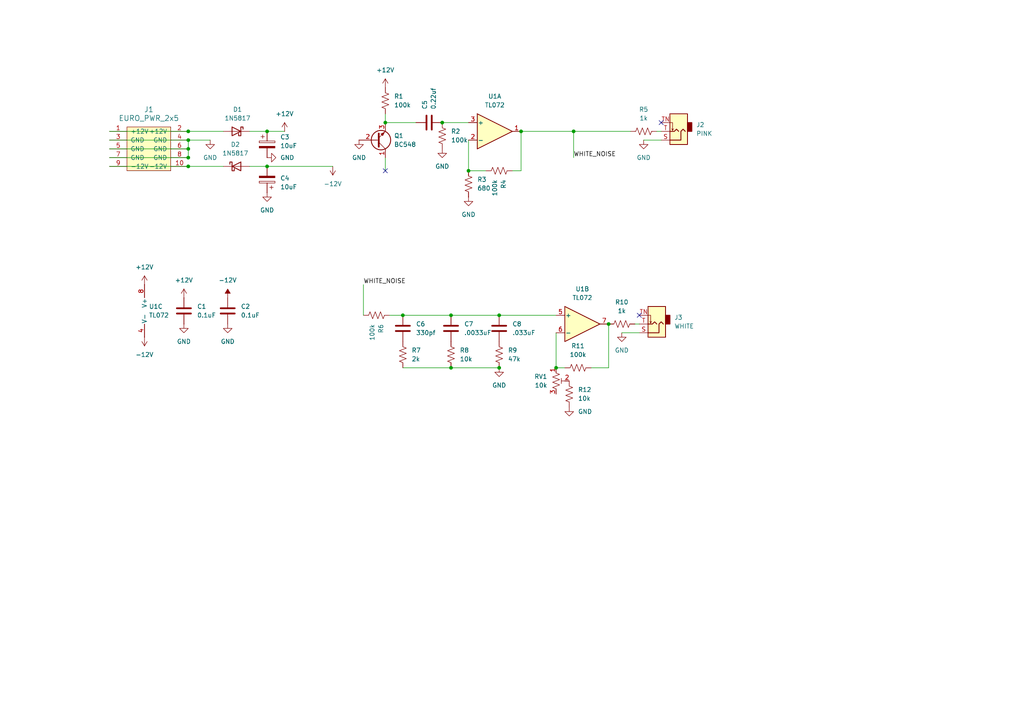
<source format=kicad_sch>
(kicad_sch (version 20231120) (generator "eeschema") (generator_version "8.0")
  (paper "A4")
  (lib_symbols
    (symbol "Amplifier_Operational:TL072" (pin_names (offset 0.127))
      (property "Reference" "U" (at 0 5.08 0))
      (property "Value" "TL072" (at 0 -5.08 0))
      (symbol "TL072_1_1"
        (polyline (pts (xy -5.08 5.08) (xy 5.08 0) (xy -5.08 -5.08) (xy -5.08 5.08)) (stroke (width 0.254)) (fill (type background)))
        (pin output line (at 7.62 0 180) (length 2.54) (name "~") (number "1"))
        (pin input line (at -7.62 -2.54 0) (length 2.54) (name "-") (number "2"))
        (pin input line (at -7.62 2.54 0) (length 2.54) (name "+") (number "3"))
      )
      (symbol "TL072_2_1"
        (polyline (pts (xy -5.08 5.08) (xy 5.08 0) (xy -5.08 -5.08) (xy -5.08 5.08)) (stroke (width 0.254)) (fill (type background)))
        (pin input line (at -7.62 2.54 0) (length 2.54) (name "+") (number "5"))
        (pin input line (at -7.62 -2.54 0) (length 2.54) (name "-") (number "6"))
        (pin output line (at 7.62 0 180) (length 2.54) (name "~") (number "7"))
      )
      (symbol "TL072_3_1"
        (pin power_in line (at -2.54 -7.62 90) (length 3.81) (name "V-") (number "4"))
        (pin power_in line (at -2.54 7.62 270) (length 3.81) (name "V+") (number "8"))
      )
    )
    (symbol "Device:C" (pin_numbers hide) (pin_names (offset 0.254))
      (property "Reference" "C" (at 0.635 2.54 0))
      (property "Value" "C" (at 0.635 -2.54 0))
      (symbol "C_0_1"
        (polyline (pts (xy -2.032 -0.762) (xy 2.032 -0.762)) (stroke (width 0.508)))
        (polyline (pts (xy -2.032 0.762) (xy 2.032 0.762)) (stroke (width 0.508)))
      )
      (symbol "C_1_1"
        (pin passive line (at 0 3.81 270) (length 2.794) (name "~") (number "1"))
        (pin passive line (at 0 -3.81 90) (length 2.794) (name "~") (number "2"))
      )
    )
    (symbol "Device:C_Polarized" (pin_numbers hide) (pin_names (offset 0.254))
      (property "Reference" "C" (at 0.635 2.54 0))
      (property "Value" "C_Polarized" (at 0.635 -2.54 0))
      (symbol "C_Polarized_0_1"
        (rectangle (start -2.286 0.508) (end 2.286 1.016))
        (polyline (pts (xy -1.778 2.286) (xy -0.762 2.286)))
        (polyline (pts (xy -1.27 2.794) (xy -1.27 1.778)))
        (rectangle (start 2.286 -0.508) (end -2.286 -1.016) (fill (type outline)))
      )
      (symbol "C_Polarized_1_1"
        (pin passive line (at 0 3.81 270) (length 2.794) (name "~") (number "1"))
        (pin passive line (at 0 -3.81 90) (length 2.794) (name "~") (number "2"))
      )
    )
    (symbol "Device:D_Schottky" (pin_numbers hide) (pin_names (offset 1.016) hide)
      (property "Reference" "D" (at 0 2.54 0))
      (property "Value" "D_Schottky" (at 0 -2.54 0))
      (symbol "D_Schottky_0_1"
        (polyline (pts (xy 1.27 0) (xy -1.27 0)))
        (polyline (pts (xy 1.27 1.27) (xy 1.27 -1.27) (xy -1.27 0) (xy 1.27 1.27)) (stroke (width 0.254)))
        (polyline (pts (xy -1.905 0.635) (xy -1.905 1.27) (xy -1.27 1.27) (xy -1.27 -1.27) (xy -0.635 -1.27) (xy -0.635 -0.635)) (stroke (width 0.254)))
      )
      (symbol "D_Schottky_1_1"
        (pin passive line (at -3.81 0 0) (length 2.54) (name "K") (number "1"))
        (pin passive line (at 3.81 0 180) (length 2.54) (name "A") (number "2"))
      )
    )
    (symbol "Device:R_Potentiometer_Trim_US" (pin_names (offset 1.016) hide)
      (property "Reference" "RV" (at -4.445 0 90))
      (property "Value" "R_Potentiometer_Trim_US" (at -2.54 0 90))
      (symbol "R_Potentiometer_Trim_US_0_1"
        (polyline (pts (xy 0 -2.286) (xy 0 -2.54)))
        (polyline (pts (xy 0 2.286) (xy 0 2.54)))
        (polyline (pts (xy 1.524 0.762) (xy 1.524 -0.762)))
        (polyline (pts (xy 2.54 0) (xy 1.524 0)))
        (polyline (pts (xy 0 -0.762) (xy 1.016 -1.143) (xy 0 -1.524) (xy -1.016 -1.905) (xy 0 -2.286)))
        (polyline (pts (xy 0 0.762) (xy 1.016 0.381) (xy 0 0) (xy -1.016 -0.381) (xy 0 -0.762)))
        (polyline (pts (xy 0 2.286) (xy 1.016 1.905) (xy 0 1.524) (xy -1.016 1.143) (xy 0 0.762)))
      )
      (symbol "R_Potentiometer_Trim_US_1_1"
        (pin passive line (at 0 3.81 270) (length 1.27) (name "1") (number "1"))
        (pin passive line (at 3.81 0 180) (length 1.27) (name "2") (number "2"))
        (pin passive line (at 0 -3.81 90) (length 1.27) (name "3") (number "3"))
      )
    )
    (symbol "Device:R_US" (pin_numbers hide) (pin_names (offset 0))
      (property "Reference" "R" (at 2.54 0 90))
      (property "Value" "R_US" (at -2.54 0 90))
      (symbol "R_US_0_1"
        (polyline (pts (xy 0 -2.286) (xy 0 -2.54)))
        (polyline (pts (xy 0 2.286) (xy 0 2.54)))
        (polyline (pts (xy 0 -0.762) (xy 1.016 -1.143) (xy 0 -1.524) (xy -1.016 -1.905) (xy 0 -2.286)))
        (polyline (pts (xy 0 0.762) (xy 1.016 0.381) (xy 0 0) (xy -1.016 -0.381) (xy 0 -0.762)))
        (polyline (pts (xy 0 2.286) (xy 1.016 1.905) (xy 0 1.524) (xy -1.016 1.143) (xy 0 0.762)))
      )
      (symbol "R_US_1_1"
        (pin passive line (at 0 3.81 270) (length 1.27) (name "~") (number "1"))
        (pin passive line (at 0 -3.81 90) (length 1.27) (name "~") (number "2"))
      )
    )
    (symbol "KitsBlips:+12V" (power) (pin_numbers hide) (pin_names (offset 0) hide)
      (property "Value" "+12V" (at 0 3.556 0))
      (symbol "+12V_0_1"
        (polyline (pts (xy -0.762 1.27) (xy 0 2.54)))
        (polyline (pts (xy 0 0) (xy 0 2.54)))
        (polyline (pts (xy 0 2.54) (xy 0.762 1.27)))
      )
      (symbol "+12V_1_1"
        (pin power_in line (at 0 0 90) (length 0) (name "~") (number "1"))
      )
    )
    (symbol "KitsBlips:-12V" (power) (pin_numbers hide) (pin_names (offset 0) hide)
      (property "Value" "-12V" (at 0 3.556 0))
      (symbol "-12V_0_0"
        (pin power_in line (at 0 0 90) (length 0) (name "~") (number "1"))
      )
      (symbol "-12V_0_1"
        (polyline (pts (xy 0 0) (xy 0 1.27) (xy 0.762 1.27) (xy 0 2.54) (xy -0.762 1.27) (xy 0 1.27)) (fill (type outline)))
      )
    )
    (symbol "KitsBlips:AudioJack2_SwitchT"
      (property "Reference" "J" (at 0 8.89 0))
      (property "Value" "AudioJack2_SwitchT" (at 0 6.35 0))
      (symbol "AudioJack2_SwitchT_0_1"
        (rectangle (start -2.54 0) (end -3.81 -2.54) (stroke (width 0.254)) (fill (type outline)))
        (polyline (pts (xy 1.778 -0.254) (xy 2.032 -0.762)))
        (polyline (pts (xy 0 0) (xy 0.635 -0.635) (xy 1.27 0) (xy 2.54 0)) (stroke (width 0.254)))
        (polyline (pts (xy 2.54 -2.54) (xy 1.778 -2.54) (xy 1.778 -0.254) (xy 1.524 -0.762)))
        (polyline (pts (xy 2.54 2.54) (xy -0.635 2.54) (xy -0.635 0) (xy -1.27 -0.635) (xy -1.905 0)) (stroke (width 0.254)))
        (rectangle (start 2.54 3.81) (end -2.54 -5.08) (stroke (width 0.254)) (fill (type background)))
      )
      (symbol "AudioJack2_SwitchT_1_1"
        (pin passive line (at 5.08 2.54 180) (length 2.54) (name "~") (number "S"))
        (pin passive line (at 5.08 0 180) (length 2.54) (name "~") (number "T"))
        (pin passive line (at 5.08 -2.54 180) (length 2.54) (name "~") (number "TN"))
      )
    )
    (symbol "Transistor_BJT:BC548" (pin_names (offset 0) hide)
      (property "Reference" "Q" (at 5.08 1.905 0))
      (property "Value" "BC548" (at 5.08 0 0))
      (symbol "BC548_0_1"
        (polyline (pts (xy 0 0) (xy 0.635 0)))
        (polyline (pts (xy 0.635 0.635) (xy 2.54 2.54)))
        (polyline (pts (xy 0.635 -0.635) (xy 2.54 -2.54) (xy 2.54 -2.54)))
        (polyline (pts (xy 0.635 1.905) (xy 0.635 -1.905) (xy 0.635 -1.905)) (stroke (width 0.508)))
        (polyline (pts (xy 1.27 -1.778) (xy 1.778 -1.27) (xy 2.286 -2.286) (xy 1.27 -1.778) (xy 1.27 -1.778)) (fill (type outline)))
        (circle (center 1.27 0) (radius 2.8194) (stroke (width 0.254)))
      )
      (symbol "BC548_1_1"
        (pin passive line (at 2.54 5.08 270) (length 2.54) (name "C") (number "1"))
        (pin input line (at -5.08 0 0) (length 5.08) (name "B") (number "2"))
        (pin passive line (at 2.54 -5.08 90) (length 2.54) (name "E") (number "3"))
      )
    )
    (symbol "eurocad:EURO_PWR_2x5" (pin_names (offset 1.016))
      (property "Reference" "J" (at 0 -7.62 0))
      (property "Value" "EURO_PWR_2x5" (at 0 7.62 0))
      (symbol "EURO_PWR_2x5_0_1"
        (rectangle (start -6.35 6.35) (end 6.35 -6.35) (fill (type background)))
      )
      (symbol "EURO_PWR_2x5_1_1"
        (pin power_in line (at -11.43 5.08 0) (length 5.08) (name "+12V") (number "1"))
        (pin power_in line (at 11.43 -5.08 180) (length 5.08) (name "-12V") (number "10"))
        (pin power_in line (at 11.43 5.08 180) (length 5.08) (name "+12V") (number "2"))
        (pin power_in line (at -11.43 2.54 0) (length 5.08) (name "GND") (number "3"))
        (pin power_in line (at 11.43 2.54 180) (length 5.08) (name "GND") (number "4"))
        (pin power_in line (at -11.43 0 0) (length 5.08) (name "GND") (number "5"))
        (pin power_in line (at 11.43 0 180) (length 5.08) (name "GND") (number "6"))
        (pin power_in line (at -11.43 -2.54 0) (length 5.08) (name "GND") (number "7"))
        (pin power_in line (at 11.43 -2.54 180) (length 5.08) (name "GND") (number "8"))
        (pin power_in line (at -11.43 -5.08 0) (length 5.08) (name "-12V") (number "9"))
      )
    )
    (symbol "power:+12V" (power) (pin_numbers hide) (pin_names (offset 0) hide)
      (property "Value" "+12V" (at 0 3.556 0))
      (symbol "+12V_0_1"
        (polyline (pts (xy -0.762 1.27) (xy 0 2.54)))
        (polyline (pts (xy 0 0) (xy 0 2.54)))
        (polyline (pts (xy 0 2.54) (xy 0.762 1.27)))
      )
      (symbol "+12V_1_1"
        (pin power_in line (at 0 0 90) (length 0) (name "~") (number "1"))
      )
    )
    (symbol "power:GND" (power) (pin_numbers hide) (pin_names (offset 0) hide)
      (property "Value" "GND" (at 0 -3.81 0))
      (symbol "GND_0_1"
        (polyline (pts (xy 0 0) (xy 0 -1.27) (xy 1.27 -1.27) (xy 0 -2.54) (xy -1.27 -1.27) (xy 0 -1.27)))
      )
      (symbol "GND_1_1"
        (pin power_in line (at 0 0 270) (length 0) (name "~") (number "1"))
      )
    )
  )
  (junction (at 54.61 48.26))
  (junction (at 54.61 40.64))
  (junction (at 54.61 45.72))
  (junction (at 151.13 38.1))
  (junction (at 128.27 35.56))
  (junction (at 130.81 91.44))
  (junction (at 144.78 91.44))
  (junction (at 54.61 43.18))
  (junction (at 176.53 93.98))
  (junction (at 130.81 106.68))
  (junction (at 54.61 38.1))
  (junction (at 111.76 35.56))
  (junction (at 161.29 106.68))
  (junction (at 135.89 49.53))
  (junction (at 144.78 106.68))
  (junction (at 77.47 48.26))
  (junction (at 166.37 38.1))
  (junction (at 77.47 38.1))
  (junction (at 116.84 91.44))
  (no_connect (at 191.77 35.56))
  (no_connect (at 185.42 91.44))
  (no_connect (at 111.76 49.53))
  (wire (pts (xy 31.75 48.26) (xy 54.61 48.26)))
  (wire (pts (xy 113.03 91.44) (xy 116.84 91.44)))
  (wire (pts (xy 151.13 38.1) (xy 166.37 38.1)))
  (wire (pts (xy 186.69 40.64) (xy 191.77 40.64)))
  (wire (pts (xy 190.5 38.1) (xy 191.77 38.1)))
  (wire (pts (xy 130.81 106.68) (xy 144.78 106.68)))
  (wire (pts (xy 184.15 93.98) (xy 185.42 93.98)))
  (wire (pts (xy 96.52 48.26) (xy 77.47 48.26)))
  (wire (pts (xy 144.78 91.44) (xy 161.29 91.44)))
  (wire (pts (xy 176.53 106.68) (xy 176.53 93.98)))
  (wire (pts (xy 54.61 43.18) (xy 54.61 40.64)))
  (wire (pts (xy 54.61 40.64) (xy 60.96 40.64)))
  (wire (pts (xy 180.34 96.52) (xy 185.42 96.52)))
  (wire (pts (xy 64.77 48.26) (xy 54.61 48.26)))
  (wire (pts (xy 151.13 38.1) (xy 151.13 49.53)))
  (wire (pts (xy 161.29 106.68) (xy 161.29 96.52)))
  (wire (pts (xy 111.76 33.02) (xy 111.76 35.56)))
  (wire (pts (xy 116.84 91.44) (xy 130.81 91.44)))
  (wire (pts (xy 77.47 48.26) (xy 72.39 48.26)))
  (wire (pts (xy 116.84 106.68) (xy 130.81 106.68)))
  (wire (pts (xy 72.39 38.1) (xy 77.47 38.1)))
  (wire (pts (xy 166.37 38.1) (xy 182.88 38.1)))
  (wire (pts (xy 151.13 49.53) (xy 148.59 49.53)))
  (wire (pts (xy 77.47 38.1) (xy 82.55 38.1)))
  (wire (pts (xy 111.76 35.56) (xy 120.65 35.56)))
  (wire (pts (xy 54.61 45.72) (xy 54.61 43.18)))
  (wire (pts (xy 111.76 49.53) (xy 111.76 45.72)))
  (wire (pts (xy 163.83 106.68) (xy 161.29 106.68)))
  (wire (pts (xy 31.75 40.64) (xy 54.61 40.64)))
  (wire (pts (xy 171.45 106.68) (xy 176.53 106.68)))
  (wire (pts (xy 128.27 35.56) (xy 135.89 35.56)))
  (wire (pts (xy 31.75 38.1) (xy 54.61 38.1)))
  (wire (pts (xy 135.89 49.53) (xy 140.97 49.53)))
  (wire (pts (xy 31.75 43.18) (xy 54.61 43.18)))
  (wire (pts (xy 135.89 40.64) (xy 135.89 49.53)))
  (wire (pts (xy 166.37 38.1) (xy 166.37 45.72)))
  (wire (pts (xy 54.61 38.1) (xy 64.77 38.1)))
  (wire (pts (xy 130.81 91.44) (xy 144.78 91.44)))
  (wire (pts (xy 31.75 45.72) (xy 54.61 45.72)))
  (wire (pts (xy 105.41 82.55) (xy 105.41 91.44)))
  (label "WHITE_NOISE" (at 166.37 45.72 0))
  (label "WHITE_NOISE" (at 105.41 82.55 0))
  (symbol (lib_id "power:GND") (at 128.27 43.18 0) (unit 1)
    (property "Reference" "#PWR014" (effects (hide yes)))
    (property "Value" "GND" (at 128.27 48.26 0))
    (property "Description" "Power symbol creates a global label with name \"GND\" , ground" (effects (hide yes)))
  )
  (symbol (lib_id "Device:R_US") (at 130.81 102.87 0) (unit 1)
    (property "Reference" "R8" (at 133.35 101.5999 0) (effects (justify left)))
    (property "Value" "10k" (at 133.35 104.1399 0) (effects (justify left)))
    (property "Footprint" "Resistor_THT:R_Axial_DIN0204_L3.6mm_D1.6mm_P2.54mm_Vertical" (effects (hide yes)))
    (property "Description" "Resistor, US symbol" (effects (hide yes)))
  )
  (symbol (lib_id "power:+12V") (at 111.76 25.4 0) (unit 1)
    (property "Reference" "#PWR013" (effects (hide yes)))
    (property "Value" "+12V" (at 111.76 20.32 0))
    (property "Description" "Power symbol creates a global label with name \"+12V\"" (effects (hide yes)))
  )
  (symbol (lib_id "Device:D_Schottky") (at 68.58 38.1 0) (mirror y) (unit 1)
    (property "Reference" "D1" (at 68.8975 31.75 0))
    (property "Value" "1N5817" (at 68.8975 34.29 0))
    (property "Footprint" "Diode_THT:D_DO-35_SOD27_P10.16mm_Horizontal" (effects (hide yes)))
    (property "Description" "Schottky diode" (effects (hide yes)))
  )
  (symbol (lib_id "power:GND") (at 180.34 96.52 0) (unit 1)
    (property "Reference" "#PWR019" (effects (hide yes)))
    (property "Value" "GND" (at 180.34 101.6 0))
    (property "Description" "Power symbol creates a global label with name \"GND\" , ground" (effects (hide yes)))
  )
  (symbol (lib_id "Device:C") (at 66.04 90.17 0) (unit 1)
    (property "Reference" "C2" (at 69.85 88.8999 0) (effects (justify left)))
    (property "Value" "0.1uF" (at 69.85 91.4399 0) (effects (justify left)))
    (property "Footprint" "Capacitor_SMD:C_0603_1608Metric" (effects (hide yes)))
    (property "Description" "Unpolarized capacitor" (effects (hide yes)))
  )
  (symbol (lib_id "Device:C_Polarized") (at 77.47 41.91 0) (unit 1)
    (property "Reference" "C3" (at 81.28 39.7509 0) (effects (justify left)))
    (property "Value" "10uF" (at 81.28 42.2909 0) (effects (justify left)))
    (property "Footprint" "PCM_4ms_Capacitor:CP_Radial_P2.5mm" (effects (hide yes)))
    (property "Description" "Polarized capacitor" (effects (hide yes)))
  )
  (symbol (lib_id "power:GND") (at 66.04 93.98 0) (unit 1)
    (property "Reference" "#PWR07" (effects (hide yes)))
    (property "Value" "GND" (at 66.04 99.06 0))
    (property "Description" "Power symbol creates a global label with name \"GND\" , ground" (effects (hide yes)))
  )
  (symbol (lib_id "Device:R_Potentiometer_Trim_US") (at 161.29 110.49 0) (unit 1)
    (property "Reference" "RV1" (at 158.75 109.2199 0) (effects (justify right)))
    (property "Value" "10k" (at 158.75 111.7599 0) (effects (justify right)))
    (property "Footprint" "Potentiometer_THT:Potentiometer_Runtron_RM-065_Vertical" (effects (hide yes)))
    (property "Description" "Trim-potentiometer, US symbol" (effects (hide yes)))
  )
  (symbol (lib_id "power:+12V") (at 41.91 97.79 0) (mirror x) (unit 1)
    (property "Reference" "#PWR02" (effects (hide yes)))
    (property "Value" "-12V" (at 41.91 102.87 0))
    (property "Description" "Power symbol creates a global label with name \"+12V\"" (effects (hide yes)))
  )
  (symbol (lib_id "power:GND") (at 135.89 57.15 0) (unit 1)
    (property "Reference" "#PWR015" (effects (hide yes)))
    (property "Value" "GND" (at 135.89 62.23 0))
    (property "Description" "Power symbol creates a global label with name \"GND\" , ground" (effects (hide yes)))
  )
  (symbol (lib_id "Device:R_US") (at 144.78 102.87 0) (unit 1)
    (property "Reference" "R9" (at 147.32 101.5999 0) (effects (justify left)))
    (property "Value" "47k" (at 147.32 104.1399 0) (effects (justify left)))
    (property "Footprint" "Resistor_THT:R_Axial_DIN0204_L3.6mm_D1.6mm_P2.54mm_Vertical" (effects (hide yes)))
    (property "Description" "Resistor, US symbol" (effects (hide yes)))
  )
  (symbol (lib_id "Device:C") (at 124.46 35.56 90) (unit 1)
    (property "Reference" "C5" (at 123.1899 31.75 0) (effects (justify left)))
    (property "Value" "0.22uf" (at 125.7299 31.75 0) (effects (justify left)))
    (property "Footprint" "Capacitor_THT:C_Rect_L11.0mm_W5.1mm_P10.00mm_MKT" (effects (hide yes)))
    (property "Description" "Unpolarized capacitor" (effects (hide yes)))
  )
  (symbol (lib_id "Device:R_US") (at 128.27 39.37 180) (unit 1)
    (property "Reference" "R2" (at 130.81 38.0999 0) (effects (justify right)))
    (property "Value" "100k" (at 130.81 40.6399 0) (effects (justify right)))
    (property "Footprint" "PCM_4ms_Resistor:R_0603" (effects (hide yes)))
    (property "Description" "Resistor, US symbol" (effects (hide yes)))
  )
  (symbol (lib_id "Device:D_Schottky") (at 68.58 48.26 0) (unit 1)
    (property "Reference" "D2" (at 68.2625 41.91 0))
    (property "Value" "1N5817" (at 68.2625 44.45 0))
    (property "Footprint" "Diode_THT:D_DO-35_SOD27_P10.16mm_Horizontal" (effects (hide yes)))
    (property "Description" "Schottky diode" (effects (hide yes)))
  )
  (symbol (lib_id "Device:R_US") (at 165.1 114.3 0) (unit 1)
    (property "Reference" "R12" (at 167.64 113.0299 0) (effects (justify left)))
    (property "Value" "10k" (at 167.64 115.5699 0) (effects (justify left)))
    (property "Footprint" "PCM_4ms_Resistor:R_0603" (effects (hide yes)))
    (property "Description" "Resistor, US symbol" (effects (hide yes)))
  )
  (symbol (lib_id "Transistor_BJT:BC548") (at 109.22 40.64 0) (mirror x) (unit 1)
    (property "Reference" "Q1" (at 114.3 39.3699 0) (effects (justify left)))
    (property "Value" "BC548" (at 114.3 41.9099 0) (effects (justify left)))
    (property "Footprint" "Package_TO_SOT_THT:TO-92_Inline" (effects (hide yes)))
    (property "Datasheet" "https://www.onsemi.com/pub/Collateral/BC550-D.pdf" (effects (hide yes)))
    (property "Description" "0.1A Ic, 30V Vce, Small Signal NPN Transistor, TO-92" (effects (hide yes)))
  )
  (symbol (lib_id "Device:C") (at 116.84 95.25 180) (unit 1)
    (property "Reference" "C6" (at 120.65 93.9799 0) (effects (justify right)))
    (property "Value" "330pf" (at 120.65 96.5199 0) (effects (justify right)))
    (property "Footprint" "Capacitor_THT:C_Axial_L5.1mm_D3.1mm_P7.50mm_Horizontal" (effects (hide yes)))
    (property "Description" "Unpolarized capacitor" (effects (hide yes)))
  )
  (symbol (lib_id "power:GND") (at 53.34 93.98 0) (unit 1)
    (property "Reference" "#PWR04" (effects (hide yes)))
    (property "Value" "GND" (at 53.34 99.06 0))
    (property "Description" "Power symbol creates a global label with name \"GND\" , ground" (effects (hide yes)))
  )
  (symbol (lib_id "Device:R_US") (at 186.69 38.1 270) (unit 1)
    (property "Reference" "R5" (at 186.69 31.75 90))
    (property "Value" "1k" (at 186.69 34.29 90))
    (property "Footprint" "PCM_4ms_Resistor:R_0603" (effects (hide yes)))
    (property "Description" "Resistor, US symbol" (effects (hide yes)))
  )
  (symbol (lib_id "power:GND") (at 60.96 40.64 0) (unit 1)
    (property "Reference" "#PWR05" (effects (hide yes)))
    (property "Value" "GND" (at 60.96 45.72 0))
    (property "Description" "Power symbol creates a global label with name \"GND\" , ground" (effects (hide yes)))
  )
  (symbol (lib_id "KitsBlips:AudioJack2_SwitchT") (at 196.85 38.1 180) (unit 1)
    (property "Reference" "J2" (at 201.93 36.1949 0) (effects (justify right)))
    (property "Value" "PINK" (at 201.93 38.7349 0) (effects (justify right)))
    (property "Footprint" "Connector_Audio:Jack_3.5mm_QingPu_WQP-PJ398SM_Vertical_CircularHoles" (effects (hide yes)))
    (property "Description" "Audio Jack, 2 Poles (Mono / TS), Switched T Pole (Normalling)" (effects (hide yes)))
  )
  (symbol (lib_id "power:+12V") (at 96.52 48.26 0) (mirror x) (unit 1)
    (property "Reference" "#PWR011" (effects (hide yes)))
    (property "Value" "-12V" (at 96.52 53.34 0))
    (property "Description" "Power symbol creates a global label with name \"+12V\"" (effects (hide yes)))
  )
  (symbol (lib_id "Amplifier_Operational:TL072") (at 44.45 90.17 0) (unit 3)
    (property "Reference" "U1" (at 43.18 88.8999 0) (effects (justify left)))
    (property "Value" "TL072" (at 43.18 91.4399 0) (effects (justify left)))
    (property "Footprint" "PCM_4ms_Package_SOIC:SOIC-8_3.9x4.9mm_Pitch1.27mm" (effects (hide yes)))
    (property "Datasheet" "http://www.ti.com/lit/ds/symlink/tl071.pdf" (effects (hide yes)))
    (property "Description" "Dual Low-Noise JFET-Input Operational Amplifiers, DIP-8/SOIC-8" (effects (hide yes)))
  )
  (symbol (lib_id "KitsBlips:-12V") (at 66.04 86.36 0) (unit 1)
    (property "Reference" "#PWR06" (effects (hide yes)))
    (property "Value" "-12V" (at 66.04 81.28 0))
    (property "Description" "Power symbol creates a global label with name \"-12V\"" (effects (hide yes)))
  )
  (symbol (lib_id "Device:C_Polarized") (at 77.47 52.07 180) (unit 1)
    (property "Reference" "C4" (at 81.28 51.6889 0) (effects (justify right)))
    (property "Value" "10uF" (at 81.28 54.2289 0) (effects (justify right)))
    (property "Footprint" "PCM_4ms_Capacitor:CP_Radial_P2.5mm" (effects (hide yes)))
    (property "Description" "Polarized capacitor" (effects (hide yes)))
  )
  (symbol (lib_id "power:GND") (at 104.14 40.64 0) (unit 1)
    (property "Reference" "#PWR012" (effects (hide yes)))
    (property "Value" "GND" (at 104.14 45.72 0))
    (property "Description" "Power symbol creates a global label with name \"GND\" , ground" (effects (hide yes)))
  )
  (symbol (lib_id "Device:C") (at 130.81 95.25 180) (unit 1)
    (property "Reference" "C7" (at 134.62 93.9799 0) (effects (justify right)))
    (property "Value" ".0033uF" (at 134.62 96.5199 0) (effects (justify right)))
    (property "Footprint" "Capacitor_THT:C_Rect_L11.0mm_W5.1mm_P10.00mm_MKT" (effects (hide yes)))
    (property "Description" "Unpolarized capacitor" (effects (hide yes)))
  )
  (symbol (lib_id "Device:R_US") (at 180.34 93.98 270) (unit 1)
    (property "Reference" "R10" (at 180.34 87.63 90))
    (property "Value" "1k" (at 180.34 90.17 90))
    (property "Footprint" "PCM_4ms_Resistor:R_0603" (effects (hide yes)))
    (property "Description" "Resistor, US symbol" (effects (hide yes)))
  )
  (symbol (lib_id "power:+12V") (at 41.91 82.55 0) (unit 1)
    (property "Reference" "#PWR01" (effects (hide yes)))
    (property "Value" "+12V" (at 41.91 77.47 0))
    (property "Description" "Power symbol creates a global label with name \"+12V\"" (effects (hide yes)))
  )
  (symbol (lib_id "power:GND") (at 165.1 118.11 0) (unit 1)
    (property "Reference" "#PWR018" (effects (hide yes)))
    (property "Value" "GND" (at 167.64 119.3799 0) (effects (justify left)))
    (property "Description" "Power symbol creates a global label with name \"GND\" , ground" (effects (hide yes)))
  )
  (symbol (lib_id "Device:R_US") (at 109.22 91.44 270) (unit 1)
    (property "Reference" "R6" (at 110.4901 93.98 0) (effects (justify left)))
    (property "Value" "100k" (at 107.9501 93.98 0) (effects (justify left)))
    (property "Footprint" "PCM_4ms_Resistor:R_0603" (effects (hide yes)))
    (property "Description" "Resistor, US symbol" (effects (hide yes)))
  )
  (symbol (lib_id "Device:C") (at 144.78 95.25 180) (unit 1)
    (property "Reference" "C8" (at 148.59 93.9799 0) (effects (justify right)))
    (property "Value" ".033uF" (at 148.59 96.5199 0) (effects (justify right)))
    (property "Footprint" "Capacitor_THT:C_Rect_L11.0mm_W5.1mm_P10.00mm_MKT" (effects (hide yes)))
    (property "Description" "Unpolarized capacitor" (effects (hide yes)))
  )
  (symbol (lib_id "Device:C") (at 53.34 90.17 0) (unit 1)
    (property "Reference" "C1" (at 57.15 88.8999 0) (effects (justify left)))
    (property "Value" "0.1uF" (at 57.15 91.4399 0) (effects (justify left)))
    (property "Footprint" "Capacitor_SMD:C_0603_1608Metric" (effects (hide yes)))
    (property "Description" "Unpolarized capacitor" (effects (hide yes)))
  )
  (symbol (lib_id "Device:R_US") (at 116.84 102.87 0) (unit 1)
    (property "Reference" "R7" (at 119.38 101.5999 0) (effects (justify left)))
    (property "Value" "2k" (at 119.38 104.1399 0) (effects (justify left)))
    (property "Footprint" "Resistor_THT:R_Axial_DIN0204_L3.6mm_D1.6mm_P2.54mm_Vertical" (effects (hide yes)))
    (property "Description" "Resistor, US symbol" (effects (hide yes)))
  )
  (symbol (lib_id "KitsBlips:AudioJack2_SwitchT") (at 190.5 93.98 180) (unit 1)
    (property "Reference" "J3" (at 195.58 92.0749 0) (effects (justify right)))
    (property "Value" "WHITE" (at 195.58 94.6149 0) (effects (justify right)))
    (property "Footprint" "Connector_Audio:Jack_3.5mm_QingPu_WQP-PJ398SM_Vertical_CircularHoles" (effects (hide yes)))
    (property "Description" "Audio Jack, 2 Poles (Mono / TS), Switched T Pole (Normalling)" (effects (hide yes)))
  )
  (symbol (lib_id "KitsBlips:+12V") (at 53.34 86.36 0) (unit 1)
    (property "Reference" "#PWR03" (effects (hide yes)))
    (property "Value" "+12V" (at 53.34 81.28 0))
    (property "Description" "Power symbol creates a global label with name \"+12V\"" (effects (hide yes)))
  )
  (symbol (lib_id "power:+12V") (at 82.55 38.1 0) (unit 1)
    (property "Reference" "#PWR010" (effects (hide yes)))
    (property "Value" "+12V" (at 82.55 33.02 0))
    (property "Description" "Power symbol creates a global label with name \"+12V\"" (effects (hide yes)))
  )
  (symbol (lib_id "Device:R_US") (at 135.89 53.34 180) (unit 1)
    (property "Reference" "R3" (at 138.43 52.0699 0) (effects (justify right)))
    (property "Value" "680" (at 138.43 54.6099 0) (effects (justify right)))
    (property "Footprint" "PCM_4ms_Resistor:R_0603" (effects (hide yes)))
    (property "Description" "Resistor, US symbol" (effects (hide yes)))
  )
  (symbol (lib_id "power:GND") (at 144.78 106.68 0) (unit 1)
    (property "Reference" "#PWR017" (effects (hide yes)))
    (property "Value" "GND" (at 144.78 111.76 0))
    (property "Description" "Power symbol creates a global label with name \"GND\" , ground" (effects (hide yes)))
  )
  (symbol (lib_id "Device:R_US") (at 111.76 29.21 0) (unit 1)
    (property "Reference" "R1" (at 114.3 27.9399 0) (effects (justify left)))
    (property "Value" "100k" (at 114.3 30.4799 0) (effects (justify left)))
    (property "Footprint" "PCM_4ms_Resistor:R_0603" (effects (hide yes)))
    (property "Description" "Resistor, US symbol" (effects (hide yes)))
  )
  (symbol (lib_id "eurocad:EURO_PWR_2x5") (at 43.18 43.18 0) (unit 1)
    (property "Reference" "J1" (at 43.18 31.75 0) (effects (font (size 1.524 1.524))))
    (property "Value" "EURO_PWR_2x5" (at 43.18 34.29 0) (effects (font (size 1.524 1.524))))
    (property "Footprint" "misc:Pins_2x05_2.54mm_TH_Europower_shrouded" (effects (hide yes)))
  )
  (symbol (lib_id "Device:R_US") (at 167.64 106.68 270) (unit 1)
    (property "Reference" "R11" (at 167.64 100.33 90))
    (property "Value" "100k" (at 167.64 102.87 90))
    (property "Footprint" "PCM_4ms_Resistor:R_0603" (effects (hide yes)))
    (property "Description" "Resistor, US symbol" (effects (hide yes)))
  )
  (symbol (lib_id "Amplifier_Operational:TL072") (at 168.91 93.98 0) (unit 2)
    (property "Reference" "U1" (at 168.91 83.82 0))
    (property "Value" "TL072" (at 168.91 86.36 0))
    (property "Footprint" "PCM_4ms_Package_SOIC:SOIC-8_3.9x4.9mm_Pitch1.27mm" (effects (hide yes)))
    (property "Datasheet" "http://www.ti.com/lit/ds/symlink/tl071.pdf" (effects (hide yes)))
    (property "Description" "Dual Low-Noise JFET-Input Operational Amplifiers, DIP-8/SOIC-8" (effects (hide yes)))
  )
  (symbol (lib_id "power:GND") (at 77.47 55.88 0) (unit 1)
    (property "Reference" "#PWR09" (effects (hide yes)))
    (property "Value" "GND" (at 77.47 60.96 0))
    (property "Description" "Power symbol creates a global label with name \"GND\" , ground" (effects (hide yes)))
  )
  (symbol (lib_id "power:GND") (at 77.47 45.72 90) (unit 1)
    (property "Reference" "#PWR08" (effects (hide yes)))
    (property "Value" "GND" (at 81.28 45.7199 90) (effects (justify right)))
    (property "Description" "Power symbol creates a global label with name \"GND\" , ground" (effects (hide yes)))
  )
  (symbol (lib_id "power:GND") (at 186.69 40.64 0) (unit 1)
    (property "Reference" "#PWR016" (effects (hide yes)))
    (property "Value" "GND" (at 186.69 45.72 0))
    (property "Description" "Power symbol creates a global label with name \"GND\" , ground" (effects (hide yes)))
  )
  (symbol (lib_id "Amplifier_Operational:TL072") (at 143.51 38.1 0) (unit 1)
    (property "Reference" "U1" (at 143.51 27.94 0))
    (property "Value" "TL072" (at 143.51 30.48 0))
    (property "Footprint" "PCM_4ms_Package_SOIC:SOIC-8_3.9x4.9mm_Pitch1.27mm" (effects (hide yes)))
    (property "Datasheet" "http://www.ti.com/lit/ds/symlink/tl071.pdf" (effects (hide yes)))
    (property "Description" "Dual Low-Noise JFET-Input Operational Amplifiers, DIP-8/SOIC-8" (effects (hide yes)))
  )
  (symbol (lib_id "Device:R_US") (at 144.78 49.53 270) (unit 1)
    (property "Reference" "R4" (at 146.0501 52.07 0) (effects (justify left)))
    (property "Value" "100k" (at 143.5101 52.07 0) (effects (justify left)))
    (property "Footprint" "PCM_4ms_Resistor:R_0603" (effects (hide yes)))
    (property "Description" "Resistor, US symbol" (effects (hide yes)))
  )
)
</source>
